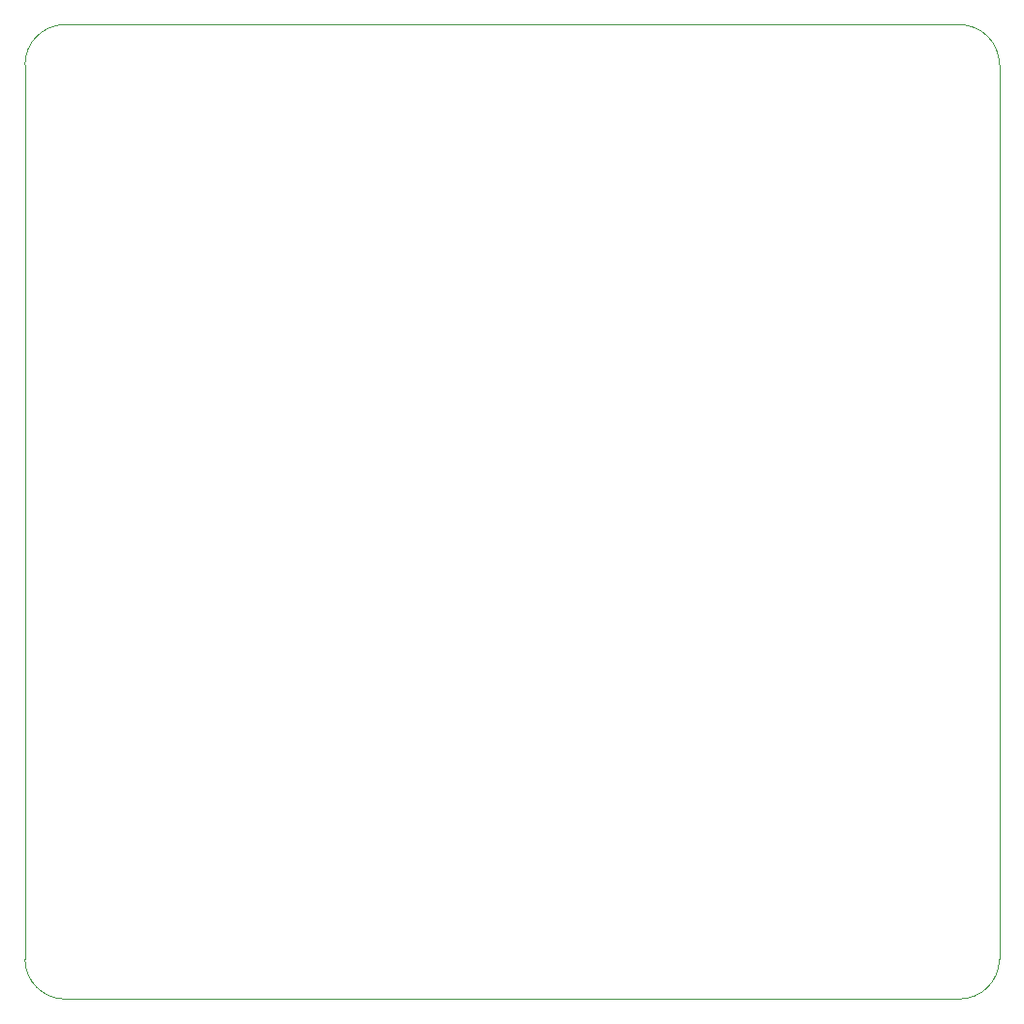
<source format=gm1>
G04 #@! TF.GenerationSoftware,KiCad,Pcbnew,9.0.5*
G04 #@! TF.CreationDate,2025-10-18T17:06:13+01:00*
G04 #@! TF.ProjectId,PowerDelivery,506f7765-7244-4656-9c69-766572792e6b,rev?*
G04 #@! TF.SameCoordinates,Original*
G04 #@! TF.FileFunction,Profile,NP*
%FSLAX46Y46*%
G04 Gerber Fmt 4.6, Leading zero omitted, Abs format (unit mm)*
G04 Created by KiCad (PCBNEW 9.0.5) date 2025-10-18 17:06:13*
%MOMM*%
%LPD*%
G01*
G04 APERTURE LIST*
G04 #@! TA.AperFunction,Profile*
%ADD10C,0.100000*%
G04 #@! TD*
G04 APERTURE END LIST*
D10*
X112000000Y-137500000D02*
X112000000Y-59500000D01*
X197000000Y-137500000D02*
G75*
G02*
X193500000Y-141000000I-3500000J0D01*
G01*
X115500000Y-141000000D02*
G75*
G02*
X112000000Y-137500000I0J3500000D01*
G01*
X193500000Y-56000000D02*
G75*
G02*
X197000000Y-59500000I0J-3500000D01*
G01*
X193500000Y-141000000D02*
X115500000Y-141000000D01*
X197000000Y-59500000D02*
X197000000Y-137500000D01*
X112000000Y-59500000D02*
G75*
G02*
X115500000Y-56000000I3500000J0D01*
G01*
X115500000Y-56000000D02*
X193500000Y-56000000D01*
M02*

</source>
